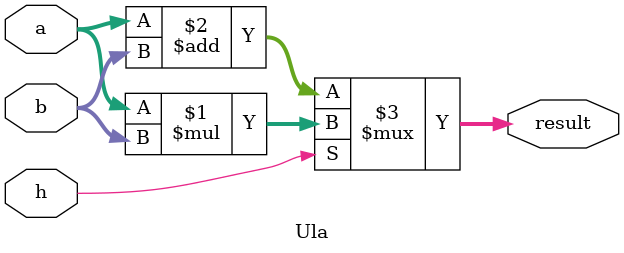
<source format=v>
module Ula(
    input [15:0] a,
    input [15:0] b,
    input h,
    output [15:0] result
);
    assign result = h ? a * b : a + b;

endmodule
</source>
